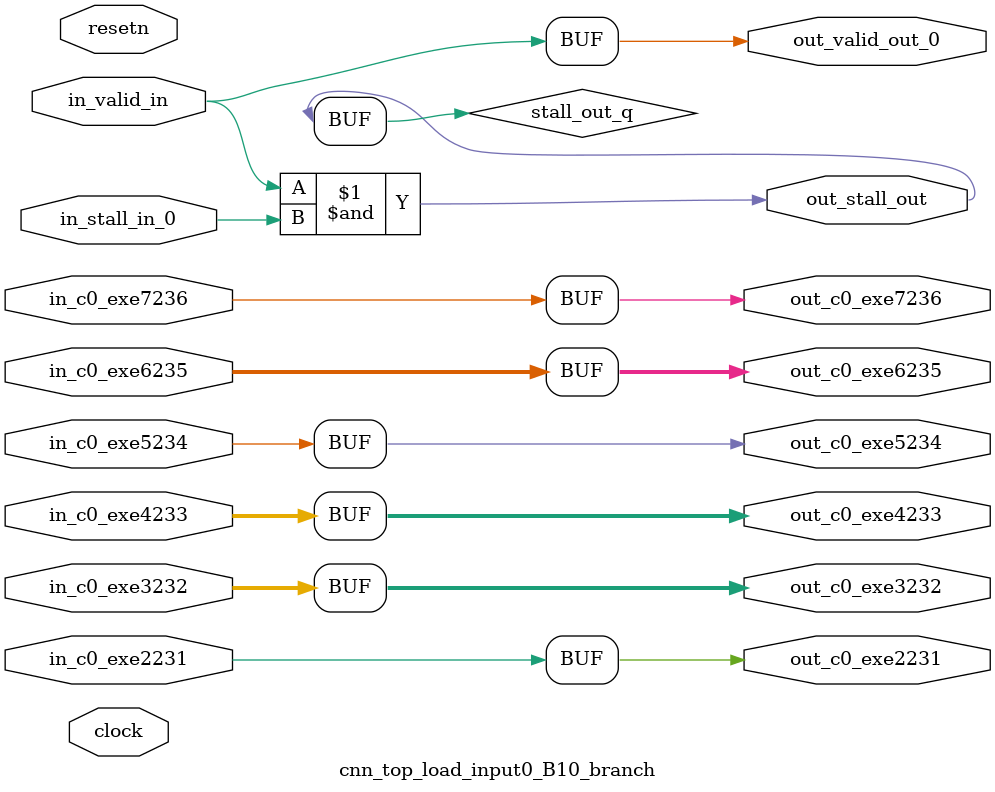
<source format=sv>



(* altera_attribute = "-name AUTO_SHIFT_REGISTER_RECOGNITION OFF; -name MESSAGE_DISABLE 10036; -name MESSAGE_DISABLE 10037; -name MESSAGE_DISABLE 14130; -name MESSAGE_DISABLE 14320; -name MESSAGE_DISABLE 15400; -name MESSAGE_DISABLE 14130; -name MESSAGE_DISABLE 10036; -name MESSAGE_DISABLE 12020; -name MESSAGE_DISABLE 12030; -name MESSAGE_DISABLE 12010; -name MESSAGE_DISABLE 12110; -name MESSAGE_DISABLE 14320; -name MESSAGE_DISABLE 13410; -name MESSAGE_DISABLE 113007; -name MESSAGE_DISABLE 10958" *)
module cnn_top_load_input0_B10_branch (
    input wire [0:0] in_c0_exe2231,
    input wire [31:0] in_c0_exe3232,
    input wire [31:0] in_c0_exe4233,
    input wire [0:0] in_c0_exe5234,
    input wire [31:0] in_c0_exe6235,
    input wire [0:0] in_c0_exe7236,
    input wire [0:0] in_stall_in_0,
    input wire [0:0] in_valid_in,
    output wire [0:0] out_c0_exe2231,
    output wire [31:0] out_c0_exe3232,
    output wire [31:0] out_c0_exe4233,
    output wire [0:0] out_c0_exe5234,
    output wire [31:0] out_c0_exe6235,
    output wire [0:0] out_c0_exe7236,
    output wire [0:0] out_stall_out,
    output wire [0:0] out_valid_out_0,
    input wire clock,
    input wire resetn
    );

    wire [0:0] stall_out_q;


    // out_c0_exe2231(GPOUT,10)
    assign out_c0_exe2231 = in_c0_exe2231;

    // out_c0_exe3232(GPOUT,11)
    assign out_c0_exe3232 = in_c0_exe3232;

    // out_c0_exe4233(GPOUT,12)
    assign out_c0_exe4233 = in_c0_exe4233;

    // out_c0_exe5234(GPOUT,13)
    assign out_c0_exe5234 = in_c0_exe5234;

    // out_c0_exe6235(GPOUT,14)
    assign out_c0_exe6235 = in_c0_exe6235;

    // out_c0_exe7236(GPOUT,15)
    assign out_c0_exe7236 = in_c0_exe7236;

    // stall_out(LOGICAL,18)
    assign stall_out_q = in_valid_in & in_stall_in_0;

    // out_stall_out(GPOUT,16)
    assign out_stall_out = stall_out_q;

    // out_valid_out_0(GPOUT,17)
    assign out_valid_out_0 = in_valid_in;

endmodule

</source>
